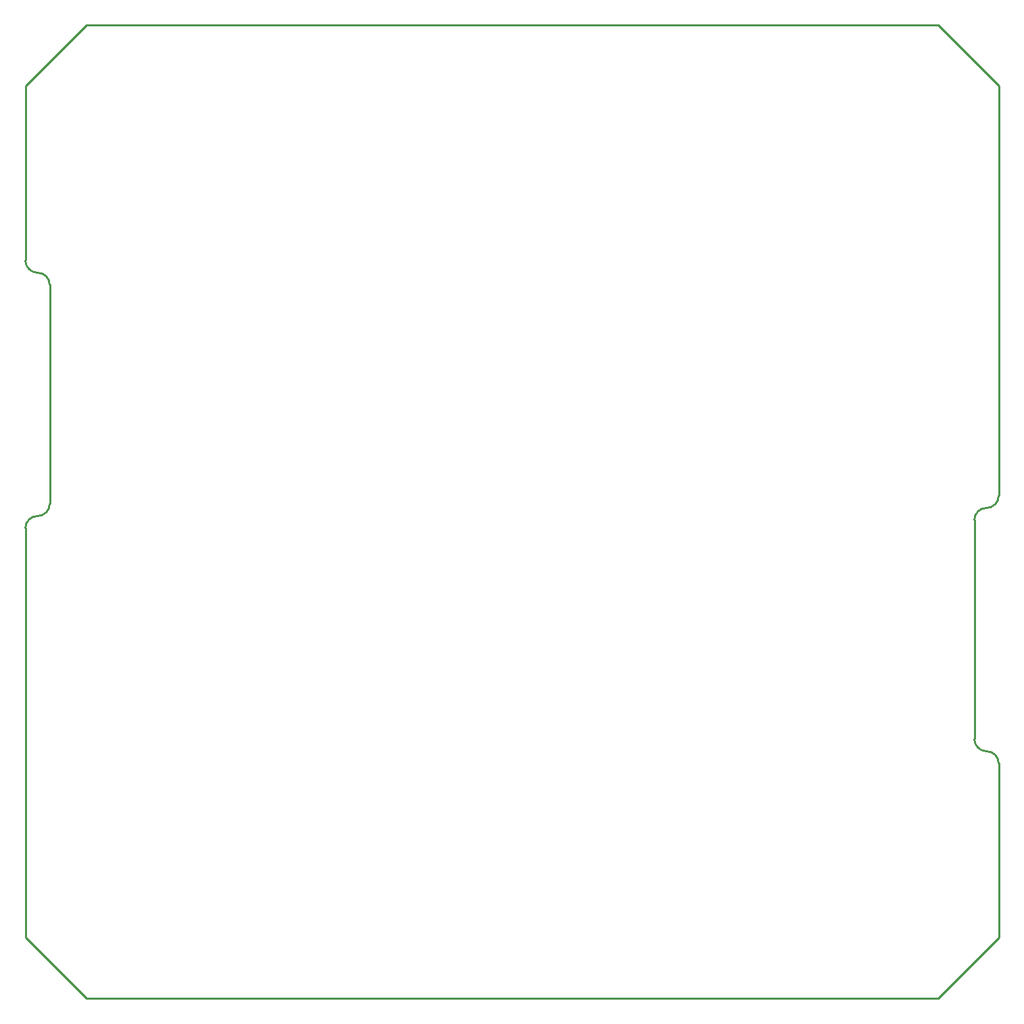
<source format=gbr>
G04 #@! TF.FileFunction,Profile,NP*
%FSLAX46Y46*%
G04 Gerber Fmt 4.6, Leading zero omitted, Abs format (unit mm)*
G04 Created by KiCad (PCBNEW 0.201504141001+5596~22~ubuntu14.10.1-product) date Friday 17 April 2015 10:18:20 PM IST*
%MOMM*%
G01*
G04 APERTURE LIST*
%ADD10C,0.152400*%
%ADD11C,0.254000*%
G04 APERTURE END LIST*
D10*
D11*
X147320000Y-33020000D02*
X139700000Y-25400000D01*
X147320000Y-139700000D02*
X139700000Y-147320000D01*
X25400000Y-139700000D02*
X33020000Y-147320000D01*
X33020000Y-25400000D02*
X25400000Y-33020000D01*
X147320000Y-117856000D02*
G75*
G03X145796000Y-116332000I-1524000J0D01*
G01*
X144272000Y-114808000D02*
G75*
G03X145796000Y-116332000I1524000J0D01*
G01*
X145796000Y-85852000D02*
G75*
G03X144272000Y-87376000I0J-1524000D01*
G01*
X145796000Y-85852000D02*
G75*
G03X147320000Y-84328000I0J1524000D01*
G01*
X25400000Y-54864000D02*
G75*
G03X26924000Y-56388000I1524000J0D01*
G01*
X28448000Y-57912000D02*
G75*
G03X26924000Y-56388000I-1524000J0D01*
G01*
X26924000Y-86868000D02*
G75*
G03X25400000Y-88392000I0J-1524000D01*
G01*
X26924000Y-86868000D02*
G75*
G03X28448000Y-85344000I0J1524000D01*
G01*
X147320000Y-84328000D02*
X147320000Y-33020000D01*
X147320000Y-117856000D02*
X147320000Y-139700000D01*
X25400000Y-88392000D02*
X25400000Y-139700000D01*
X25400000Y-54864000D02*
X25400000Y-33020000D01*
X144272000Y-101092000D02*
X144272000Y-114808000D01*
X144272000Y-101092000D02*
X144272000Y-87376000D01*
X28448000Y-71628000D02*
X28448000Y-85344000D01*
X28448000Y-71628000D02*
X28448000Y-57912000D01*
X139700000Y-147320000D02*
X33020000Y-147320000D01*
X33020000Y-25400000D02*
X139700000Y-25400000D01*
M02*

</source>
